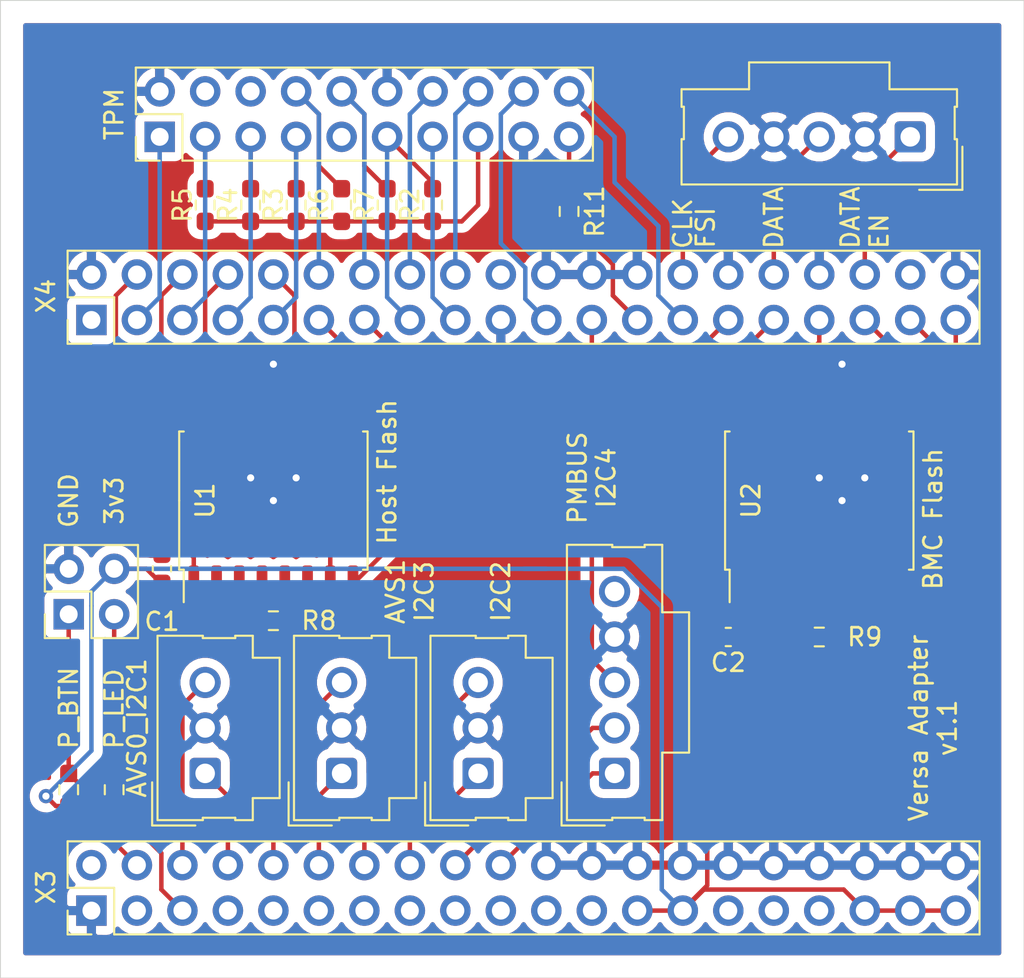
<source format=kicad_pcb>
(kicad_pcb (version 20171130) (host pcbnew 5.1.9)
  (layers (0 F.Cu signal) (31 B.Cu signal) (34 B.Paste user) (35 F.Paste user) (36 B.SilkS user) (37 F.SilkS user) (38 B.Mask user) (39 F.Mask user) (44 Edge.Cuts user))
  (net 0 "")
  (net 1 GND)
  (net 2 +3V3)
  (net 3 /versa_expansion/SDA1)
  (net 4 /versa_expansion/SCL1)
  (net 5 /versa_expansion/SDA3)
  (net 6 /versa_expansion/SCL3)
  (net 7 "Net-(J3-Pad5)")
  (net 8 /versa_expansion/SDA4)
  (net 9 /versa_expansion/SCL4)
  (net 10 /lpc/~LPC_CLKRUN~)
  (net 11 /lpc/~LPC_SERIRQ~)
  (net 12 /lpc/LPC_SDA)
  (net 13 /lpc/LPC_SCL)
  (net 14 /lpc/LPC_AD0)
  (net 15 /lpc/LPC_AD1)
  (net 16 "Net-(J5-Pad9)")
  (net 17 /lpc/LPC_AD2)
  (net 18 /lpc/LPC_AD3)
  (net 19 "Net-(J5-Pad6)")
  (net 20 /lpc/~LPC_RESET~)
  (net 21 "Net-(J5-Pad4)")
  (net 22 /lpc/~LPC_FRAME~)
  (net 23 /lpc/LPC_CLK)
  (net 24 /flash/~HOST_SPI_CS~)
  (net 25 /flash/~BMC_SPI_CS~)
  (net 26 /flash/HOST_SPI_D0)
  (net 27 /flash/HOST_SPI_D2)
  (net 28 /flash/HOST_SPI_D1)
  (net 29 /flash/HOST_SPI_CLK)
  (net 30 /flash/~HOST_SPI_RESET~)
  (net 31 /flash/HOST_SPI_D3)
  (net 32 /flash/BMC_SPI_D0)
  (net 33 /flash/BMC_SPI_D2)
  (net 34 /flash/BMC_SPI_D1)
  (net 35 /flash/BMC_SPI_CLK)
  (net 36 /flash/~BMC_SPI_RESET~)
  (net 37 /flash/BMC_SPI_D3)
  (net 38 /versa_expansion/CLKOUT)
  (net 39 /versa_expansion/CLKIN)
  (net 40 /versa_expansion/OSC)
  (net 41 "Net-(X3-Pad23)")
  (net 42 "Net-(X3-Pad21)")
  (net 43 "Net-(X3-Pad19)")
  (net 44 "Net-(X3-Pad3)")
  (net 45 "Net-(X3-Pad2)")
  (net 46 "Net-(X4-Pad38)")
  (net 47 /versa_expansion/~LPC_PWRDWN~)
  (net 48 /versa_expansion/FSI_DATA_EN)
  (net 49 /versa_expansion/FSI_DATA)
  (net 50 /versa_expansion/FSI_CLK)
  (net 51 "Net-(X4-Pad20)")
  (net 52 /versa_expansion/SCL2)
  (net 53 /versa_expansion/SDA2)
  (net 54 "Net-(X4-Pad1)")
  (net 55 /lpc/TPM_GPIO0)
  (net 56 "Net-(X3-Pad17)")
  (net 57 "Net-(X3-Pad15)")
  (net 58 "Net-(X3-Pad13)")
  (net 59 "Net-(X3-Pad11)")
  (net 60 "Net-(X3-Pad9)")
  (net 61 "Net-(X3-Pad7)")
  (net 62 +3.3VP)
  (net 63 /versa_expansion/ALERT)
  (net 64 /versa_expansion/PWD_LED)
  (net 65 /versa_expansion/~PWR_BTN~)
  (net 66 "Net-(J7-Pad3)")
  (net 67 /lpc/~WINDOW_OPEN~)
  (module parts:Molex_SL_171971-0003_1x03_P2.54mm_Vertical (layer F.Cu) (at 99.06 100.33 90)
    (fp_text reference J1 hide)
    (fp_text value 171971-0003 hide)
    (fp_text user AVS0_I2C1 (at 2.54 -3.81 90) (layer F.SilkS))
    (pad 3 thru_hole circle (at 5.08 0 90) (size 1.74 1.74) (drill 1.09) (layers *.Cu *.Mask) (net 3 /versa_expansion/SDA1))
    (pad 2 thru_hole circle (at 2.54 0 90) (size 1.74 1.74) (drill 1.09) (layers *.Cu *.Mask) (net 1 GND))
    (pad 1 thru_hole roundrect (at 0 0 90) (size 1.74 1.74) (drill 1.09) (layers *.Cu *.Mask) (roundrect_rratio 0.1436775862068966) (net 4 /versa_expansion/SCL1))
  )
  (module parts:Molex_SL_171971-0003_1x03_P2.54mm_Vertical (layer F.Cu) (at 114.3 100.33 90)
    (fp_text reference J6 hide)
    (fp_text value 171971-0003 hide)
    (fp_text user I2C2 (at 10.16 1.27 90) (layer F.SilkS))
    (pad 3 thru_hole circle (at 5.08 0 90) (size 1.74 1.74) (drill 1.09) (layers *.Cu *.Mask) (net 53 /versa_expansion/SDA2))
    (pad 2 thru_hole circle (at 2.54 0 90) (size 1.74 1.74) (drill 1.09) (layers *.Cu *.Mask) (net 1 GND))
    (pad 1 thru_hole roundrect (at 0 0 90) (size 1.74 1.74) (drill 1.09) (layers *.Cu *.Mask) (roundrect_rratio 0.1436775862068966) (net 52 /versa_expansion/SCL2))
  )
  (module parts:Molex_SL_171971-0003_1x03_P2.54mm_Vertical (layer F.Cu) (at 106.68 100.33 90)
    (fp_text reference J2 hide)
    (fp_text value 171971-0003 hide)
    (fp_text user "AVS1\nI2C3" (at 10.16 3.81 90) (layer F.SilkS))
    (pad 3 thru_hole circle (at 5.08 0 90) (size 1.74 1.74) (drill 1.09) (layers *.Cu *.Mask) (net 5 /versa_expansion/SDA3))
    (pad 2 thru_hole circle (at 2.54 0 90) (size 1.74 1.74) (drill 1.09) (layers *.Cu *.Mask) (net 1 GND))
    (pad 1 thru_hole roundrect (at 0 0 90) (size 1.74 1.74) (drill 1.09) (layers *.Cu *.Mask) (roundrect_rratio 0.1436775862068966) (net 6 /versa_expansion/SCL3))
  )
  (module parts:Molex_SL_171971-0005_1x05_P2.54mm_Vertical (layer F.Cu) (at 121.92 100.33 90)
    (fp_text reference J3 hide)
    (fp_text value 171971-0005 hide)
    (fp_text user "PMBUS\nI2C4" (at 16.51 -1.27 90) (layer F.SilkS))
    (pad 5 thru_hole circle (at 10.16 0 90) (size 1.74 1.74) (drill 1.09) (layers *.Cu *.Mask) (net 7 "Net-(J3-Pad5)"))
    (pad 4 thru_hole circle (at 7.62 0 90) (size 1.74 1.74) (drill 1.09) (layers *.Cu *.Mask) (net 1 GND))
    (pad 3 thru_hole circle (at 5.08 0 90) (size 1.74 1.74) (drill 1.09) (layers *.Cu *.Mask) (net 63 /versa_expansion/ALERT))
    (pad 2 thru_hole circle (at 2.54 0 90) (size 1.74 1.74) (drill 1.09) (layers *.Cu *.Mask) (net 8 /versa_expansion/SDA4))
    (pad 1 thru_hole roundrect (at 0 0 90) (size 1.74 1.74) (drill 1.09) (layers *.Cu *.Mask) (roundrect_rratio 0.1436775862068966) (net 9 /versa_expansion/SCL4))
  )
  (module parts:Molex_SL_171971-0005_1x05_P2.54mm_Vertical (layer F.Cu) (at 138.43 64.77 180)
    (fp_text reference J4 hide)
    (fp_text value 171971-0005)
    (fp_text user FSI (at 11.43 -5.08 270) (layer F.SilkS))
    (pad 5 thru_hole circle (at 10.16 0 180) (size 1.74 1.74) (drill 1.09) (layers *.Cu *.Mask) (net 50 /versa_expansion/FSI_CLK))
    (pad 4 thru_hole circle (at 7.62 0 180) (size 1.74 1.74) (drill 1.09) (layers *.Cu *.Mask) (net 1 GND))
    (pad 3 thru_hole circle (at 5.08 0 180) (size 1.74 1.74) (drill 1.09) (layers *.Cu *.Mask) (net 49 /versa_expansion/FSI_DATA))
    (pad 2 thru_hole circle (at 2.54 0 180) (size 1.74 1.74) (drill 1.09) (layers *.Cu *.Mask) (net 1 GND))
    (pad 1 thru_hole roundrect (at 0 0 180) (size 1.74 1.74) (drill 1.09) (layers *.Cu *.Mask) (roundrect_rratio 0.1436775862068966) (net 48 /versa_expansion/FSI_DATA_EN))
  )
  (module Resistor_SMD:R_0603_1608Metric_Pad0.98x0.95mm_HandSolder (layer F.Cu) (at 119.38 68.9375 270)
    (fp_text reference R11 (at 0 -1.43 90) (layer F.SilkS))
    (fp_text value DNP)
    (pad 2 smd roundrect (at 0.9125 0 270) (size 0.975 0.95) (layers F.Cu F.Paste F.Mask) (net 47 /versa_expansion/~LPC_PWRDWN~))
    (pad 1 smd roundrect (at -0.9125 0 270) (size 0.975 0.95) (layers F.Cu F.Paste F.Mask) (net 67 /lpc/~WINDOW_OPEN~))
  )
  (module Resistor_SMD:R_0603_1608Metric_Pad0.98x0.95mm_HandSolder (layer F.Cu) (at 93.98 101.2425 270)
    (fp_text reference R10 hide)
    (fp_text value 470 hide)
    (pad 2 smd roundrect (at 0.9125 0 270) (size 0.975 0.95) (layers F.Cu F.Paste F.Mask) (net 64 /versa_expansion/PWD_LED))
    (pad 1 smd roundrect (at -0.9125 0 270) (size 0.975 0.95) (layers F.Cu F.Paste F.Mask) (net 66 "Net-(J7-Pad3)"))
  )
  (module Resistor_SMD:R_0603_1608Metric_Pad0.98x0.95mm_HandSolder (layer F.Cu) (at 91.44 101.2425 90)
    (fp_text reference R1 hide)
    (fp_text value 15K hide)
    (pad 2 smd roundrect (at 0.9125 0 90) (size 0.975 0.95) (layers F.Cu F.Paste F.Mask) (net 65 /versa_expansion/~PWR_BTN~))
    (pad 1 smd roundrect (at -0.9125 0 90) (size 0.975 0.95) (layers F.Cu F.Paste F.Mask) (net 2 +3V3))
  )
  (module Connector_PinHeader_2.54mm:PinHeader_2x02_P2.54mm_Vertical (layer F.Cu) (at 91.44 91.44 90)
    (fp_text reference J7 hide)
    (fp_text value Conn_02x02_Odd_Even hide)
    (pad 4 thru_hole oval (at 2.54 2.54 90) (size 1.7 1.7) (drill 1) (layers *.Cu *.Mask) (net 2 +3V3))
    (pad 3 thru_hole oval (at 0 2.54 90) (size 1.7 1.7) (drill 1) (layers *.Cu *.Mask) (net 66 "Net-(J7-Pad3)"))
    (pad 2 thru_hole oval (at 2.54 0 90) (size 1.7 1.7) (drill 1) (layers *.Cu *.Mask) (net 1 GND))
    (pad 1 thru_hole rect (at 0 0 90) (size 1.7 1.7) (drill 1) (layers *.Cu *.Mask) (net 65 /versa_expansion/~PWR_BTN~))
  )
  (module Connector_PinHeader_2.54mm:PinHeader_2x10_P2.54mm_Vertical (layer F.Cu) (at 96.52 64.77 90)
    (fp_text reference J5 hide)
    (fp_text value SBH11-PBPC-D10-ST-BK hide)
    (pad 20 thru_hole oval (at 2.54 22.86 90) (size 1.7 1.7) (drill 1) (layers *.Cu *.Mask) (net 55 /lpc/TPM_GPIO0))
    (pad 19 thru_hole oval (at 0 22.86 90) (size 1.7 1.7) (drill 1) (layers *.Cu *.Mask) (net 67 /lpc/~WINDOW_OPEN~))
    (pad 18 thru_hole oval (at 2.54 20.32 90) (size 1.7 1.7) (drill 1) (layers *.Cu *.Mask) (net 10 /lpc/~LPC_CLKRUN~))
    (pad 17 thru_hole oval (at 0 20.32 90) (size 1.7 1.7) (drill 1) (layers *.Cu *.Mask) (net 1 GND))
    (pad 16 thru_hole oval (at 2.54 17.78 90) (size 1.7 1.7) (drill 1) (layers *.Cu *.Mask) (net 11 /lpc/~LPC_SERIRQ~))
    (pad 15 thru_hole oval (at 0 17.78 90) (size 1.7 1.7) (drill 1) (layers *.Cu *.Mask) (net 62 +3.3VP))
    (pad 14 thru_hole oval (at 2.54 15.24 90) (size 1.7 1.7) (drill 1) (layers *.Cu *.Mask) (net 12 /lpc/LPC_SDA))
    (pad 13 thru_hole oval (at 0 15.24 90) (size 1.7 1.7) (drill 1) (layers *.Cu *.Mask) (net 13 /lpc/LPC_SCL))
    (pad 12 thru_hole oval (at 2.54 12.7 90) (size 1.7 1.7) (drill 1) (layers *.Cu *.Mask) (net 1 GND))
    (pad 11 thru_hole oval (at 0 12.7 90) (size 1.7 1.7) (drill 1) (layers *.Cu *.Mask) (net 14 /lpc/LPC_AD0))
    (pad 10 thru_hole oval (at 2.54 10.16 90) (size 1.7 1.7) (drill 1) (layers *.Cu *.Mask) (net 15 /lpc/LPC_AD1))
    (pad 9 thru_hole oval (at 0 10.16 90) (size 1.7 1.7) (drill 1) (layers *.Cu *.Mask) (net 16 "Net-(J5-Pad9)"))
    (pad 8 thru_hole oval (at 2.54 7.62 90) (size 1.7 1.7) (drill 1) (layers *.Cu *.Mask) (net 17 /lpc/LPC_AD2))
    (pad 7 thru_hole oval (at 0 7.62 90) (size 1.7 1.7) (drill 1) (layers *.Cu *.Mask) (net 18 /lpc/LPC_AD3))
    (pad 6 thru_hole oval (at 2.54 5.08 90) (size 1.7 1.7) (drill 1) (layers *.Cu *.Mask) (net 19 "Net-(J5-Pad6)"))
    (pad 5 thru_hole oval (at 0 5.08 90) (size 1.7 1.7) (drill 1) (layers *.Cu *.Mask) (net 20 /lpc/~LPC_RESET~))
    (pad 4 thru_hole oval (at 2.54 2.54 90) (size 1.7 1.7) (drill 1) (layers *.Cu *.Mask) (net 21 "Net-(J5-Pad4)"))
    (pad 3 thru_hole oval (at 0 2.54 90) (size 1.7 1.7) (drill 1) (layers *.Cu *.Mask) (net 22 /lpc/~LPC_FRAME~))
    (pad 2 thru_hole oval (at 2.54 0 90) (size 1.7 1.7) (drill 1) (layers *.Cu *.Mask) (net 1 GND))
    (pad 1 thru_hole rect (at 0 0 90) (size 1.7 1.7) (drill 1) (layers *.Cu *.Mask) (net 23 /lpc/LPC_CLK))
  )
  (module parts:SOIC-16W_7.5x10.3mm_P1.27mm (layer F.Cu) (at 102.87 85.09 90)
    (fp_text reference U1 (at 0 -3.81 90) (layer F.SilkS))
    (fp_text value MT25QXXXXXXX8EXX-XXXX hide)
    (pad 16 smd roundrect (at 4.65 -4.445 90) (size 2.05 0.6) (layers F.Cu F.Paste F.Mask) (net 29 /flash/HOST_SPI_CLK))
    (pad 15 smd roundrect (at 4.65 -3.175 90) (size 2.05 0.6) (layers F.Cu F.Paste F.Mask) (net 26 /flash/HOST_SPI_D0))
    (pad 14 smd roundrect (at 4.65 -1.905 90) (size 2.05 0.6) (layers F.Cu F.Paste F.Mask))
    (pad 13 smd roundrect (at 4.65 -0.635 90) (size 2.05 0.6) (layers F.Cu F.Paste F.Mask))
    (pad 12 smd roundrect (at 4.65 0.635 90) (size 2.05 0.6) (layers F.Cu F.Paste F.Mask))
    (pad 11 smd roundrect (at 4.65 1.905 90) (size 2.05 0.6) (layers F.Cu F.Paste F.Mask))
    (pad 10 smd roundrect (at 4.65 3.175 90) (size 2.05 0.6) (layers F.Cu F.Paste F.Mask) (net 1 GND))
    (pad 9 smd roundrect (at 4.65 4.445 90) (size 2.05 0.6) (layers F.Cu F.Paste F.Mask) (net 27 /flash/HOST_SPI_D2))
    (pad 8 smd roundrect (at -4.65 4.445 90) (size 2.05 0.6) (layers F.Cu F.Paste F.Mask) (net 28 /flash/HOST_SPI_D1))
    (pad 7 smd roundrect (at -4.65 3.175 90) (size 2.05 0.6) (layers F.Cu F.Paste F.Mask) (net 24 /flash/~HOST_SPI_CS~))
    (pad 6 smd roundrect (at -4.65 1.905 90) (size 2.05 0.6) (layers F.Cu F.Paste F.Mask))
    (pad 5 smd roundrect (at -4.65 0.635 90) (size 2.05 0.6) (layers F.Cu F.Paste F.Mask))
    (pad 4 smd roundrect (at -4.65 -0.635 90) (size 2.05 0.6) (layers F.Cu F.Paste F.Mask))
    (pad 3 smd roundrect (at -4.65 -1.905 90) (size 2.05 0.6) (layers F.Cu F.Paste F.Mask) (net 30 /flash/~HOST_SPI_RESET~))
    (pad 2 smd roundrect (at -4.65 -3.175 90) (size 2.05 0.6) (layers F.Cu F.Paste F.Mask) (net 2 +3V3))
    (pad 1 smd roundrect (at -4.65 -4.445 90) (size 2.05 0.6) (layers F.Cu F.Paste F.Mask) (net 31 /flash/HOST_SPI_D3))
  )
  (module Resistor_SMD:R_0603_1608Metric_Pad0.98x0.95mm_HandSolder (layer F.Cu) (at 102.87 91.8)
    (fp_text reference R8 (at 2.54 0) (layer F.SilkS))
    (fp_text value DNP)
    (pad 2 smd roundrect (at 0.9125 0) (size 0.975 0.95) (layers F.Cu F.Paste F.Mask) (net 24 /flash/~HOST_SPI_CS~))
    (pad 1 smd roundrect (at -0.9125 0) (size 0.975 0.95) (layers F.Cu F.Paste F.Mask) (net 2 +3V3))
  )
  (module Connector_PinHeader_2.54mm:PinHeader_2x20_P2.54mm_Vertical (layer F.Cu) (at 92.71 75 90)
    (fp_text reference X4 (at 1.34 -2.54 270) (layer F.SilkS))
    (fp_text value PPPC202LFBN-RC hide)
    (pad 40 thru_hole oval (at 2.54 48.26 90) (size 1.7 1.7) (drill 1) (layers *.Cu *.Mask) (net 1 GND))
    (pad 39 thru_hole oval (at 0 48.26 90) (size 1.7 1.7) (drill 1) (layers *.Cu *.Mask) (net 34 /flash/BMC_SPI_D1))
    (pad 38 thru_hole oval (at 2.54 45.72 90) (size 1.7 1.7) (drill 1) (layers *.Cu *.Mask) (net 46 "Net-(X4-Pad38)"))
    (pad 37 thru_hole oval (at 0 45.72 90) (size 1.7 1.7) (drill 1) (layers *.Cu *.Mask) (net 25 /flash/~BMC_SPI_CS~))
    (pad 36 thru_hole oval (at 2.54 43.18 90) (size 1.7 1.7) (drill 1) (layers *.Cu *.Mask) (net 48 /versa_expansion/FSI_DATA_EN))
    (pad 35 thru_hole oval (at 0 43.18 90) (size 1.7 1.7) (drill 1) (layers *.Cu *.Mask) (net 33 /flash/BMC_SPI_D2))
    (pad 34 thru_hole oval (at 2.54 40.64 90) (size 1.7 1.7) (drill 1) (layers *.Cu *.Mask) (net 1 GND))
    (pad 33 thru_hole oval (at 0 40.64 90) (size 1.7 1.7) (drill 1) (layers *.Cu *.Mask) (net 32 /flash/BMC_SPI_D0))
    (pad 32 thru_hole oval (at 2.54 38.1 90) (size 1.7 1.7) (drill 1) (layers *.Cu *.Mask) (net 49 /versa_expansion/FSI_DATA))
    (pad 31 thru_hole oval (at 0 38.1 90) (size 1.7 1.7) (drill 1) (layers *.Cu *.Mask) (net 35 /flash/BMC_SPI_CLK))
    (pad 30 thru_hole oval (at 2.54 35.56 90) (size 1.7 1.7) (drill 1) (layers *.Cu *.Mask) (net 1 GND))
    (pad 29 thru_hole oval (at 0 35.56 90) (size 1.7 1.7) (drill 1) (layers *.Cu *.Mask) (net 37 /flash/BMC_SPI_D3))
    (pad 28 thru_hole oval (at 2.54 33.02 90) (size 1.7 1.7) (drill 1) (layers *.Cu *.Mask) (net 50 /versa_expansion/FSI_CLK))
    (pad 27 thru_hole oval (at 0 33.02 90) (size 1.7 1.7) (drill 1) (layers *.Cu *.Mask) (net 55 /lpc/TPM_GPIO0))
    (pad 26 thru_hole oval (at 2.54 30.48 90) (size 1.7 1.7) (drill 1) (layers *.Cu *.Mask) (net 1 GND))
    (pad 25 thru_hole oval (at 0 30.48 90) (size 1.7 1.7) (drill 1) (layers *.Cu *.Mask) (net 47 /versa_expansion/~LPC_PWRDWN~))
    (pad 24 thru_hole oval (at 2.54 27.94 90) (size 1.7 1.7) (drill 1) (layers *.Cu *.Mask) (net 1 GND))
    (pad 23 thru_hole oval (at 0 27.94 90) (size 1.7 1.7) (drill 1) (layers *.Cu *.Mask) (net 63 /versa_expansion/ALERT))
    (pad 22 thru_hole oval (at 2.54 25.4 90) (size 1.7 1.7) (drill 1) (layers *.Cu *.Mask) (net 1 GND))
    (pad 21 thru_hole oval (at 0 25.4 90) (size 1.7 1.7) (drill 1) (layers *.Cu *.Mask) (net 10 /lpc/~LPC_CLKRUN~))
    (pad 20 thru_hole oval (at 2.54 22.86 90) (size 1.7 1.7) (drill 1) (layers *.Cu *.Mask) (net 51 "Net-(X4-Pad20)"))
    (pad 19 thru_hole oval (at 0 22.86 90) (size 1.7 1.7) (drill 1) (layers *.Cu *.Mask) (net 1 GND))
    (pad 18 thru_hole oval (at 2.54 20.32 90) (size 1.7 1.7) (drill 1) (layers *.Cu *.Mask) (net 11 /lpc/~LPC_SERIRQ~))
    (pad 17 thru_hole oval (at 0 20.32 90) (size 1.7 1.7) (drill 1) (layers *.Cu *.Mask) (net 13 /lpc/LPC_SCL))
    (pad 16 thru_hole oval (at 2.54 17.78 90) (size 1.7 1.7) (drill 1) (layers *.Cu *.Mask) (net 12 /lpc/LPC_SDA))
    (pad 15 thru_hole oval (at 0 17.78 90) (size 1.7 1.7) (drill 1) (layers *.Cu *.Mask) (net 14 /lpc/LPC_AD0))
    (pad 14 thru_hole oval (at 2.54 15.24 90) (size 1.7 1.7) (drill 1) (layers *.Cu *.Mask) (net 15 /lpc/LPC_AD1))
    (pad 13 thru_hole oval (at 0 15.24 90) (size 1.7 1.7) (drill 1) (layers *.Cu *.Mask) (net 28 /flash/HOST_SPI_D1))
    (pad 12 thru_hole oval (at 2.54 12.7 90) (size 1.7 1.7) (drill 1) (layers *.Cu *.Mask) (net 17 /lpc/LPC_AD2))
    (pad 11 thru_hole oval (at 0 12.7 90) (size 1.7 1.7) (drill 1) (layers *.Cu *.Mask) (net 24 /flash/~HOST_SPI_CS~))
    (pad 10 thru_hole oval (at 2.54 10.16 90) (size 1.7 1.7) (drill 1) (layers *.Cu *.Mask) (net 27 /flash/HOST_SPI_D2))
    (pad 9 thru_hole oval (at 0 10.16 90) (size 1.7 1.7) (drill 1) (layers *.Cu *.Mask) (net 18 /lpc/LPC_AD3))
    (pad 8 thru_hole oval (at 2.54 7.62 90) (size 1.7 1.7) (drill 1) (layers *.Cu *.Mask) (net 26 /flash/HOST_SPI_D0))
    (pad 7 thru_hole oval (at 0 7.62 90) (size 1.7 1.7) (drill 1) (layers *.Cu *.Mask) (net 20 /lpc/~LPC_RESET~))
    (pad 6 thru_hole oval (at 2.54 5.08 90) (size 1.7 1.7) (drill 1) (layers *.Cu *.Mask) (net 29 /flash/HOST_SPI_CLK))
    (pad 5 thru_hole oval (at 0 5.08 90) (size 1.7 1.7) (drill 1) (layers *.Cu *.Mask) (net 22 /lpc/~LPC_FRAME~))
    (pad 4 thru_hole oval (at 2.54 2.54 90) (size 1.7 1.7) (drill 1) (layers *.Cu *.Mask) (net 31 /flash/HOST_SPI_D3))
    (pad 3 thru_hole oval (at 0 2.54 90) (size 1.7 1.7) (drill 1) (layers *.Cu *.Mask) (net 23 /lpc/LPC_CLK))
    (pad 2 thru_hole oval (at 2.54 0 90) (size 1.7 1.7) (drill 1) (layers *.Cu *.Mask) (net 1 GND))
    (pad 1 thru_hole rect (at 0 0 90) (size 1.7 1.7) (drill 1) (layers *.Cu *.Mask) (net 54 "Net-(X4-Pad1)"))
  )
  (module Connector_PinHeader_2.54mm:PinHeader_2x20_P2.54mm_Vertical (layer F.Cu) (at 92.71 107.9946 90)
    (fp_text reference X3 (at 1.3146 -2.54 90) (layer F.SilkS))
    (fp_text value PPPC202LFBN-RC hide)
    (pad 40 thru_hole oval (at 2.54 48.26 90) (size 1.7 1.7) (drill 1) (layers *.Cu *.Mask) (net 1 GND))
    (pad 39 thru_hole oval (at 0 48.26 90) (size 1.7 1.7) (drill 1) (layers *.Cu *.Mask) (net 2 +3V3))
    (pad 38 thru_hole oval (at 2.54 45.72 90) (size 1.7 1.7) (drill 1) (layers *.Cu *.Mask) (net 1 GND))
    (pad 37 thru_hole oval (at 0 45.72 90) (size 1.7 1.7) (drill 1) (layers *.Cu *.Mask) (net 2 +3V3))
    (pad 36 thru_hole oval (at 2.54 43.18 90) (size 1.7 1.7) (drill 1) (layers *.Cu *.Mask) (net 1 GND))
    (pad 35 thru_hole oval (at 0 43.18 90) (size 1.7 1.7) (drill 1) (layers *.Cu *.Mask) (net 2 +3V3))
    (pad 34 thru_hole oval (at 2.54 40.64 90) (size 1.7 1.7) (drill 1) (layers *.Cu *.Mask) (net 1 GND))
    (pad 33 thru_hole oval (at 0 40.64 90) (size 1.7 1.7) (drill 1) (layers *.Cu *.Mask) (net 38 /versa_expansion/CLKOUT))
    (pad 32 thru_hole oval (at 2.54 38.1 90) (size 1.7 1.7) (drill 1) (layers *.Cu *.Mask) (net 1 GND))
    (pad 31 thru_hole oval (at 0 38.1 90) (size 1.7 1.7) (drill 1) (layers *.Cu *.Mask) (net 39 /versa_expansion/CLKIN))
    (pad 30 thru_hole oval (at 2.54 35.56 90) (size 1.7 1.7) (drill 1) (layers *.Cu *.Mask) (net 1 GND))
    (pad 29 thru_hole oval (at 0 35.56 90) (size 1.7 1.7) (drill 1) (layers *.Cu *.Mask) (net 40 /versa_expansion/OSC))
    (pad 28 thru_hole oval (at 2.54 33.02 90) (size 1.7 1.7) (drill 1) (layers *.Cu *.Mask) (net 1 GND))
    (pad 27 thru_hole oval (at 0 33.02 90) (size 1.7 1.7) (drill 1) (layers *.Cu *.Mask) (net 2 +3V3))
    (pad 26 thru_hole oval (at 2.54 30.48 90) (size 1.7 1.7) (drill 1) (layers *.Cu *.Mask) (net 1 GND))
    (pad 25 thru_hole oval (at 0 30.48 90) (size 1.7 1.7) (drill 1) (layers *.Cu *.Mask) (net 2 +3V3))
    (pad 24 thru_hole oval (at 2.54 27.94 90) (size 1.7 1.7) (drill 1) (layers *.Cu *.Mask) (net 1 GND))
    (pad 23 thru_hole oval (at 0 27.94 90) (size 1.7 1.7) (drill 1) (layers *.Cu *.Mask) (net 41 "Net-(X3-Pad23)"))
    (pad 22 thru_hole oval (at 2.54 25.4 90) (size 1.7 1.7) (drill 1) (layers *.Cu *.Mask) (net 1 GND))
    (pad 21 thru_hole oval (at 0 25.4 90) (size 1.7 1.7) (drill 1) (layers *.Cu *.Mask) (net 42 "Net-(X3-Pad21)"))
    (pad 20 thru_hole oval (at 2.54 22.86 90) (size 1.7 1.7) (drill 1) (layers *.Cu *.Mask) (net 9 /versa_expansion/SCL4))
    (pad 19 thru_hole oval (at 0 22.86 90) (size 1.7 1.7) (drill 1) (layers *.Cu *.Mask) (net 43 "Net-(X3-Pad19)"))
    (pad 18 thru_hole oval (at 2.54 20.32 90) (size 1.7 1.7) (drill 1) (layers *.Cu *.Mask) (net 8 /versa_expansion/SDA4))
    (pad 17 thru_hole oval (at 0 20.32 90) (size 1.7 1.7) (drill 1) (layers *.Cu *.Mask) (net 56 "Net-(X3-Pad17)"))
    (pad 16 thru_hole oval (at 2.54 17.78 90) (size 1.7 1.7) (drill 1) (layers *.Cu *.Mask) (net 52 /versa_expansion/SCL2))
    (pad 15 thru_hole oval (at 0 17.78 90) (size 1.7 1.7) (drill 1) (layers *.Cu *.Mask) (net 57 "Net-(X3-Pad15)"))
    (pad 14 thru_hole oval (at 2.54 15.24 90) (size 1.7 1.7) (drill 1) (layers *.Cu *.Mask) (net 53 /versa_expansion/SDA2))
    (pad 13 thru_hole oval (at 0 15.24 90) (size 1.7 1.7) (drill 1) (layers *.Cu *.Mask) (net 58 "Net-(X3-Pad13)"))
    (pad 12 thru_hole oval (at 2.54 12.7 90) (size 1.7 1.7) (drill 1) (layers *.Cu *.Mask) (net 6 /versa_expansion/SCL3))
    (pad 11 thru_hole oval (at 0 12.7 90) (size 1.7 1.7) (drill 1) (layers *.Cu *.Mask) (net 59 "Net-(X3-Pad11)"))
    (pad 10 thru_hole oval (at 2.54 10.16 90) (size 1.7 1.7) (drill 1) (layers *.Cu *.Mask) (net 5 /versa_expansion/SDA3))
    (pad 9 thru_hole oval (at 0 10.16 90) (size 1.7 1.7) (drill 1) (layers *.Cu *.Mask) (net 60 "Net-(X3-Pad9)"))
    (pad 8 thru_hole oval (at 2.54 7.62 90) (size 1.7 1.7) (drill 1) (layers *.Cu *.Mask) (net 4 /versa_expansion/SCL1))
    (pad 7 thru_hole oval (at 0 7.62 90) (size 1.7 1.7) (drill 1) (layers *.Cu *.Mask) (net 61 "Net-(X3-Pad7)"))
    (pad 6 thru_hole oval (at 2.54 5.08 90) (size 1.7 1.7) (drill 1) (layers *.Cu *.Mask) (net 3 /versa_expansion/SDA1))
    (pad 5 thru_hole oval (at 0 5.08 90) (size 1.7 1.7) (drill 1) (layers *.Cu *.Mask) (net 64 /versa_expansion/PWD_LED))
    (pad 4 thru_hole oval (at 2.54 2.54 90) (size 1.7 1.7) (drill 1) (layers *.Cu *.Mask) (net 65 /versa_expansion/~PWR_BTN~))
    (pad 3 thru_hole oval (at 0 2.54 90) (size 1.7 1.7) (drill 1) (layers *.Cu *.Mask) (net 44 "Net-(X3-Pad3)"))
    (pad 2 thru_hole oval (at 2.54 0 90) (size 1.7 1.7) (drill 1) (layers *.Cu *.Mask) (net 45 "Net-(X3-Pad2)"))
    (pad 1 thru_hole rect (at 0 0 90) (size 1.7 1.7) (drill 1) (layers *.Cu *.Mask) (net 1 GND))
  )
  (module parts:SOIC-16W_7.5x10.3mm_P1.27mm (layer F.Cu) (at 133.35 85.09 90)
    (fp_text reference U2 (at 0 -3.81 90) (layer F.SilkS))
    (fp_text value MT25QXXXXXXX8EXX-XXXX hide)
    (pad 16 smd roundrect (at 4.65 -4.445 90) (size 2.05 0.6) (layers F.Cu F.Paste F.Mask) (net 35 /flash/BMC_SPI_CLK))
    (pad 15 smd roundrect (at 4.65 -3.175 90) (size 2.05 0.6) (layers F.Cu F.Paste F.Mask) (net 32 /flash/BMC_SPI_D0))
    (pad 14 smd roundrect (at 4.65 -1.905 90) (size 2.05 0.6) (layers F.Cu F.Paste F.Mask))
    (pad 13 smd roundrect (at 4.65 -0.635 90) (size 2.05 0.6) (layers F.Cu F.Paste F.Mask))
    (pad 12 smd roundrect (at 4.65 0.635 90) (size 2.05 0.6) (layers F.Cu F.Paste F.Mask))
    (pad 11 smd roundrect (at 4.65 1.905 90) (size 2.05 0.6) (layers F.Cu F.Paste F.Mask))
    (pad 10 smd roundrect (at 4.65 3.175 90) (size 2.05 0.6) (layers F.Cu F.Paste F.Mask) (net 1 GND))
    (pad 9 smd roundrect (at 4.65 4.445 90) (size 2.05 0.6) (layers F.Cu F.Paste F.Mask) (net 33 /flash/BMC_SPI_D2))
    (pad 8 smd roundrect (at -4.65 4.445 90) (size 2.05 0.6) (layers F.Cu F.Paste F.Mask) (net 34 /flash/BMC_SPI_D1))
    (pad 7 smd roundrect (at -4.65 3.175 90) (size 2.05 0.6) (layers F.Cu F.Paste F.Mask) (net 25 /flash/~BMC_SPI_CS~))
    (pad 6 smd roundrect (at -4.65 1.905 90) (size 2.05 0.6) (layers F.Cu F.Paste F.Mask))
    (pad 5 smd roundrect (at -4.65 0.635 90) (size 2.05 0.6) (layers F.Cu F.Paste F.Mask))
    (pad 4 smd roundrect (at -4.65 -0.635 90) (size 2.05 0.6) (layers F.Cu F.Paste F.Mask))
    (pad 3 smd roundrect (at -4.65 -1.905 90) (size 2.05 0.6) (layers F.Cu F.Paste F.Mask) (net 36 /flash/~BMC_SPI_RESET~))
    (pad 2 smd roundrect (at -4.65 -3.175 90) (size 2.05 0.6) (layers F.Cu F.Paste F.Mask) (net 2 +3V3))
    (pad 1 smd roundrect (at -4.65 -4.445 90) (size 2.05 0.6) (layers F.Cu F.Paste F.Mask) (net 37 /flash/BMC_SPI_D3))
  )
  (module Resistor_SMD:R_0603_1608Metric_Pad0.98x0.95mm_HandSolder (layer F.Cu) (at 133.35 92.71)
    (fp_text reference R9 (at 2.54 0) (layer F.SilkS))
    (fp_text value DNP)
    (pad 2 smd roundrect (at 0.9125 0) (size 0.975 0.95) (layers F.Cu F.Paste F.Mask) (net 25 /flash/~BMC_SPI_CS~))
    (pad 1 smd roundrect (at -0.9125 0) (size 0.975 0.95) (layers F.Cu F.Paste F.Mask) (net 2 +3V3))
  )
  (module Resistor_SMD:R_0603_1608Metric_Pad0.98x0.95mm_HandSolder (layer F.Cu) (at 109.22 68.58 90)
    (fp_text reference R7 (at 0 -1.27 90) (layer F.SilkS))
    (fp_text value 15K)
    (pad 2 smd roundrect (at 0.9125 0 90) (size 0.975 0.95) (layers F.Cu F.Paste F.Mask) (net 15 /lpc/LPC_AD1))
    (pad 1 smd roundrect (at -0.9125 0 90) (size 0.975 0.95) (layers F.Cu F.Paste F.Mask) (net 62 +3.3VP))
  )
  (module Resistor_SMD:R_0603_1608Metric_Pad0.98x0.95mm_HandSolder (layer F.Cu) (at 106.68 68.58 90)
    (fp_text reference R6 (at 0 -1.27 90) (layer F.SilkS))
    (fp_text value 15K hide)
    (pad 2 smd roundrect (at 0.9125 0 90) (size 0.975 0.95) (layers F.Cu F.Paste F.Mask) (net 17 /lpc/LPC_AD2))
    (pad 1 smd roundrect (at -0.9125 0 90) (size 0.975 0.95) (layers F.Cu F.Paste F.Mask) (net 62 +3.3VP))
  )
  (module Resistor_SMD:R_0603_1608Metric_Pad0.98x0.95mm_HandSolder (layer F.Cu) (at 99.06 68.58 90)
    (fp_text reference R5 (at 0 -1.27 90) (layer F.SilkS))
    (fp_text value 15K)
    (pad 2 smd roundrect (at 0.9125 0 90) (size 0.975 0.95) (layers F.Cu F.Paste F.Mask) (net 22 /lpc/~LPC_FRAME~))
    (pad 1 smd roundrect (at -0.9125 0 90) (size 0.975 0.95) (layers F.Cu F.Paste F.Mask) (net 62 +3.3VP))
  )
  (module Resistor_SMD:R_0603_1608Metric_Pad0.98x0.95mm_HandSolder (layer F.Cu) (at 101.6 68.58 90)
    (fp_text reference R4 (at 0 -1.27 90) (layer F.SilkS))
    (fp_text value 15K)
    (pad 2 smd roundrect (at 0.9125 0 90) (size 0.975 0.95) (layers F.Cu F.Paste F.Mask) (net 20 /lpc/~LPC_RESET~))
    (pad 1 smd roundrect (at -0.9125 0 90) (size 0.975 0.95) (layers F.Cu F.Paste F.Mask) (net 62 +3.3VP))
  )
  (module Resistor_SMD:R_0603_1608Metric_Pad0.98x0.95mm_HandSolder (layer F.Cu) (at 104.14 68.58 90)
    (fp_text reference R3 (at 0 -1.27 90) (layer F.SilkS))
    (fp_text value 15K)
    (pad 2 smd roundrect (at 0.9125 0 90) (size 0.975 0.95) (layers F.Cu F.Paste F.Mask) (net 18 /lpc/LPC_AD3))
    (pad 1 smd roundrect (at -0.9125 0 90) (size 0.975 0.95) (layers F.Cu F.Paste F.Mask) (net 62 +3.3VP))
  )
  (module Resistor_SMD:R_0603_1608Metric_Pad0.98x0.95mm_HandSolder (layer F.Cu) (at 111.76 68.58 90)
    (fp_text reference R2 (at 0 -1.27 90) (layer F.SilkS))
    (fp_text value 15K)
    (pad 2 smd roundrect (at 0.9125 0 90) (size 0.975 0.95) (layers F.Cu F.Paste F.Mask) (net 14 /lpc/LPC_AD0))
    (pad 1 smd roundrect (at -0.9125 0 90) (size 0.975 0.95) (layers F.Cu F.Paste F.Mask) (net 62 +3.3VP))
  )
  (module Capacitor_SMD:C_0603_1608Metric_Pad1.08x0.95mm_HandSolder (layer F.Cu) (at 128.27 92.71 180)
    (fp_text reference C2 (at 0 -1.43) (layer F.SilkS))
    (fp_text value 100nF)
    (pad 1 smd roundrect (at -0.8625 0 180) (size 1.075 0.95) (layers F.Cu F.Paste F.Mask) (net 2 +3V3))
    (pad 2 smd roundrect (at 0.8625 0 180) (size 1.075 0.95) (layers F.Cu F.Paste F.Mask) (net 1 GND))
  )
  (module Capacitor_SMD:C_0603_1608Metric_Pad1.08x0.95mm_HandSolder (layer F.Cu) (at 96.647 88.9 90)
    (fp_text reference C1 (at -2.9475 0) (layer F.SilkS))
    (fp_text value 100nF hide)
    (pad 2 smd roundrect (at 0.8625 0 90) (size 1.075 0.95) (layers F.Cu F.Paste F.Mask) (net 1 GND))
    (pad 1 smd roundrect (at -0.8625 0 90) (size 1.075 0.95) (layers F.Cu F.Paste F.Mask) (net 2 +3V3))
  )
  (gr_text "Versa Adapter\nv1.1" (at 139.7 97.79 90) (layer F.SilkS) (effects (font (size 1 1))))
  (gr_text "DATA\nEN" (at 135.89 71.12 90) (layer F.SilkS) (effects (font (size 1 1)) (justify left)))
  (gr_text DATA (at 130.81 71.12 90) (layer F.SilkS) (effects (font (size 1 1)) (justify left)))
  (gr_text CLK (at 125.73 71.12 90) (layer F.SilkS) (effects (font (size 1 1)) (justify left)))
  (gr_text "Host Flash" (at 109.22 87.63 90) (layer F.SilkS) (effects (font (size 1 1)) (justify left)))
  (gr_text "BMC Flash" (at 139.7 90.17 90) (layer F.SilkS) (effects (font (size 1 1)) (justify left)))
  (gr_line (start 87.63 57.15) (end 87.63 111.76) (layer Edge.Cuts) (width 0.05))
  (gr_line (start 144.78 57.15) (end 87.63 57.15) (layer Edge.Cuts) (width 0.05))
  (gr_line (start 144.78 111.76) (end 144.78 57.15) (layer Edge.Cuts) (width 0.05))
  (gr_line (start 87.63 111.76) (end 144.78 111.76) (layer Edge.Cuts) (width 0.05))
  (gr_text 3v3 (at 93.98 85.09 90) (layer F.SilkS) (effects (font (size 1 1))))
  (gr_text GND (at 91.44 85.09 90) (layer F.SilkS) (effects (font (size 1 1))))
  (gr_text P_LED (at 93.98 99.06 90) (layer F.SilkS) (effects (font (size 1 1)) (justify left)))
  (gr_text P_BTN (at 91.44 99.06 90) (layer F.SilkS) (effects (font (size 1 1)) (justify left)))
  (gr_text TPM (at 93.98 63.5 90) (layer F.SilkS) (effects (font (size 1 1))))
  (via (at 104.14 83.82) (size 0.8) (drill 0.4) (layers F.Cu B.Cu) (net 1))
  (via (at 134.62 77.47) (size 0.8) (drill 0.4) (layers F.Cu B.Cu) (net 1))
  (via (at 134.62 85.09) (size 0.8) (drill 0.4) (layers F.Cu B.Cu) (net 1))
  (via (at 102.87 77.47) (size 0.8) (drill 0.4) (layers F.Cu B.Cu) (net 1))
  (via (at 135.89 83.82) (size 0.8) (drill 0.4) (layers F.Cu B.Cu) (net 1))
  (via (at 133.35 83.82) (size 0.8) (drill 0.4) (layers F.Cu B.Cu) (net 1))
  (via (at 101.6 83.82) (size 0.8) (drill 0.4) (layers F.Cu B.Cu) (net 1))
  (via (at 102.87 85.09) (size 0.8) (drill 0.4) (layers F.Cu B.Cu) (net 1))
  (segment (start 130.175 91.6675) (end 130.175 89.74) (width 0.25) (layer F.Cu) (net 2))
  (segment (start 129.1325 92.71) (end 130.175 91.6675) (width 0.25) (layer F.Cu) (net 2))
  (segment (start 123.19 107.9946) (end 125.73 107.9946) (width 0.25) (layer F.Cu) (net 2))
  (segment (start 135.89 107.9946) (end 140.97 107.9946) (width 0.25) (layer F.Cu) (net 2))
  (segment (start 126.905001 106.819599) (end 125.73 107.9946) (width 0.25) (layer F.Cu) (net 2))
  (segment (start 134.714999 106.819599) (end 126.905001 106.819599) (width 0.25) (layer F.Cu) (net 2))
  (segment (start 135.89 107.9946) (end 134.714999 106.819599) (width 0.25) (layer F.Cu) (net 2))
  (segment (start 127.094999 94.747501) (end 127.094999 106.585001) (width 0.25) (layer F.Cu) (net 2))
  (segment (start 129.1325 92.71) (end 127.094999 94.747501) (width 0.25) (layer F.Cu) (net 2))
  (segment (start 125.73 107.95) (end 125.73 107.9946) (width 0.25) (layer F.Cu) (net 2))
  (segment (start 127.094999 106.585001) (end 125.73 107.95) (width 0.25) (layer F.Cu) (net 2))
  (segment (start 124.554999 106.819599) (end 125.73 107.9946) (width 0.25) (layer B.Cu) (net 2))
  (segment (start 93.98 88.9) (end 118.11 88.9) (width 0.25) (layer B.Cu) (net 2))
  (via (at 90.17 101.6) (size 0.8) (drill 0.4) (layers F.Cu B.Cu) (net 2))
  (segment (start 90.725 102.155) (end 90.17 101.6) (width 0.25) (layer F.Cu) (net 2))
  (segment (start 91.44 102.155) (end 90.725 102.155) (width 0.25) (layer F.Cu) (net 2))
  (segment (start 90.17 101.6) (end 92.71 99.06) (width 0.25) (layer B.Cu) (net 2))
  (segment (start 92.71 90.970998) (end 92.71 90.17) (width 0.25) (layer B.Cu) (net 2))
  (segment (start 92.71 99.06) (end 92.71 90.970998) (width 0.25) (layer B.Cu) (net 2))
  (segment (start 92.71 90.17) (end 93.98 88.9) (width 0.25) (layer B.Cu) (net 2))
  (segment (start 99.02 91.44) (end 99.695 90.765) (width 0.25) (layer F.Cu) (net 2))
  (segment (start 97.79 91.44) (end 99.02 91.44) (width 0.25) (layer F.Cu) (net 2))
  (segment (start 96.647 90.297) (end 97.79 91.44) (width 0.25) (layer F.Cu) (net 2))
  (segment (start 96.647 89.7625) (end 96.647 90.297) (width 0.25) (layer F.Cu) (net 2))
  (segment (start 95.7845 88.9) (end 96.647 89.7625) (width 0.25) (layer F.Cu) (net 2))
  (segment (start 93.98 88.9) (end 95.7845 88.9) (width 0.25) (layer F.Cu) (net 2))
  (segment (start 124.554999 91.036397) (end 122.418602 88.9) (width 0.25) (layer B.Cu) (net 2))
  (segment (start 124.554999 96.425001) (end 124.554999 91.036397) (width 0.25) (layer B.Cu) (net 2))
  (segment (start 124.554999 95.344999) (end 124.554999 96.425001) (width 0.25) (layer B.Cu) (net 2))
  (segment (start 124.554999 96.425001) (end 124.554999 106.819599) (width 0.25) (layer B.Cu) (net 2))
  (segment (start 122.418602 88.9) (end 116.84 88.9) (width 0.25) (layer B.Cu) (net 2))
  (segment (start 131.2175 92.71) (end 130.175 91.6675) (width 0.25) (layer F.Cu) (net 2))
  (segment (start 132.4375 92.71) (end 131.2175 92.71) (width 0.25) (layer F.Cu) (net 2))
  (segment (start 100.73 91.8) (end 101.9575 91.8) (width 0.25) (layer F.Cu) (net 2))
  (segment (start 99.695 90.765) (end 100.73 91.8) (width 0.25) (layer F.Cu) (net 2))
  (segment (start 99.695 89.74) (end 99.695 90.765) (width 0.25) (layer F.Cu) (net 2))
  (segment (start 97.79 96.52) (end 97.79 105.4546) (width 0.25) (layer F.Cu) (net 3))
  (segment (start 99.06 95.25) (end 97.79 96.52) (width 0.25) (layer F.Cu) (net 3))
  (segment (start 100.33 101.6) (end 99.06 100.33) (width 0.25) (layer F.Cu) (net 4))
  (segment (start 100.33 105.4546) (end 100.33 101.6) (width 0.25) (layer F.Cu) (net 4))
  (segment (start 102.87 99.06) (end 102.87 105.4546) (width 0.25) (layer F.Cu) (net 5))
  (segment (start 106.68 95.25) (end 102.87 99.06) (width 0.25) (layer F.Cu) (net 5))
  (segment (start 105.41 101.6) (end 106.68 100.33) (width 0.25) (layer F.Cu) (net 6))
  (segment (start 105.41 105.4546) (end 105.41 101.6) (width 0.25) (layer F.Cu) (net 6))
  (segment (start 120.6946 97.79) (end 121.92 97.79) (width 0.25) (layer F.Cu) (net 8))
  (segment (start 113.03 105.4546) (end 120.6946 97.79) (width 0.25) (layer F.Cu) (net 8))
  (segment (start 120.6946 100.33) (end 121.92 100.33) (width 0.25) (layer F.Cu) (net 9))
  (segment (start 115.57 105.4546) (end 120.6946 100.33) (width 0.25) (layer F.Cu) (net 9))
  (segment (start 116.84 62.23) (end 115.57 63.5) (width 0.25) (layer B.Cu) (net 10))
  (segment (start 116.934999 72.085997) (end 116.934999 73.824999) (width 0.25) (layer B.Cu) (net 10))
  (segment (start 116.934999 73.824999) (end 118.11 75) (width 0.25) (layer B.Cu) (net 10))
  (segment (start 115.57 70.720998) (end 116.934999 72.085997) (width 0.25) (layer B.Cu) (net 10))
  (segment (start 115.57 63.5) (end 115.57 70.720998) (width 0.25) (layer B.Cu) (net 10))
  (segment (start 113.03 63.5) (end 114.3 62.23) (width 0.25) (layer B.Cu) (net 11))
  (segment (start 113.03 72.46) (end 113.03 63.5) (width 0.25) (layer B.Cu) (net 11))
  (segment (start 110.49 63.5) (end 110.49 72.46) (width 0.25) (layer B.Cu) (net 12))
  (segment (start 111.76 62.23) (end 110.49 63.5) (width 0.25) (layer B.Cu) (net 12))
  (segment (start 111.76 73.73) (end 111.76 64.77) (width 0.25) (layer B.Cu) (net 13))
  (segment (start 113.03 75) (end 111.76 73.73) (width 0.25) (layer B.Cu) (net 13))
  (segment (start 109.22 73.73) (end 110.49 75) (width 0.25) (layer B.Cu) (net 14))
  (segment (start 109.22 64.77) (end 109.22 73.73) (width 0.25) (layer B.Cu) (net 14))
  (segment (start 111.76 67.31) (end 111.76 67.6675) (width 0.25) (layer F.Cu) (net 14))
  (segment (start 109.22 64.77) (end 111.76 67.31) (width 0.25) (layer F.Cu) (net 14))
  (segment (start 107.855001 72.365001) (end 107.95 72.46) (width 0.25) (layer B.Cu) (net 15))
  (segment (start 106.68 62.23) (end 107.855001 63.405001) (width 0.25) (layer B.Cu) (net 15))
  (segment (start 109.22 67.6675) (end 107.95 66.3975) (width 0.25) (layer F.Cu) (net 15))
  (segment (start 107.95 63.5) (end 107.95 66.3975) (width 0.25) (layer F.Cu) (net 15))
  (segment (start 106.68 62.23) (end 107.95 63.5) (width 0.25) (layer F.Cu) (net 15))
  (segment (start 107.95 63.5) (end 106.68 62.23) (width 0.25) (layer B.Cu) (net 15))
  (segment (start 107.95 72.46) (end 107.95 63.5) (width 0.25) (layer B.Cu) (net 15))
  (segment (start 105.41 63.5) (end 105.41 72.46) (width 0.25) (layer B.Cu) (net 17))
  (segment (start 104.14 62.23) (end 105.41 63.5) (width 0.25) (layer B.Cu) (net 17))
  (segment (start 106.68 67.6675) (end 105.41 66.3975) (width 0.25) (layer F.Cu) (net 17))
  (segment (start 105.41 63.5) (end 105.41 66.3975) (width 0.25) (layer F.Cu) (net 17))
  (segment (start 104.14 62.23) (end 105.41 63.5) (width 0.25) (layer F.Cu) (net 17))
  (segment (start 104.14 73.73) (end 104.14 64.77) (width 0.25) (layer B.Cu) (net 18))
  (segment (start 102.87 75) (end 104.14 73.73) (width 0.25) (layer B.Cu) (net 18))
  (segment (start 104.14 67.6675) (end 104.14 64.77) (width 0.25) (layer F.Cu) (net 18))
  (segment (start 101.6 73.73) (end 101.6 64.77) (width 0.25) (layer B.Cu) (net 20))
  (segment (start 100.33 75) (end 101.6 73.73) (width 0.25) (layer B.Cu) (net 20))
  (segment (start 101.6 67.6675) (end 101.6 64.77) (width 0.25) (layer F.Cu) (net 20))
  (segment (start 99.06 73.73) (end 99.06 64.77) (width 0.25) (layer B.Cu) (net 22))
  (segment (start 97.79 75) (end 99.06 73.73) (width 0.25) (layer B.Cu) (net 22))
  (segment (start 99.06 67.6675) (end 99.06 64.77) (width 0.25) (layer F.Cu) (net 22))
  (segment (start 96.52 73.73) (end 96.52 64.77) (width 0.25) (layer B.Cu) (net 23))
  (segment (start 95.25 75) (end 96.52 73.73) (width 0.25) (layer B.Cu) (net 23))
  (segment (start 98.3525 80.3675) (end 98.425 80.44) (width 0.25) (layer F.Cu) (net 29))
  (segment (start 96.614999 73.635001) (end 97.79 72.46) (width 0.25) (layer F.Cu) (net 29))
  (segment (start 96.614999 77.564999) (end 96.614999 73.635001) (width 0.25) (layer F.Cu) (net 29))
  (segment (start 98.425 79.375) (end 96.614999 77.564999) (width 0.25) (layer F.Cu) (net 29))
  (segment (start 98.425 80.44) (end 98.425 79.375) (width 0.25) (layer F.Cu) (net 29))
  (segment (start 128.905 76.905) (end 130.81 75) (width 0.25) (layer F.Cu) (net 35))
  (segment (start 128.905 80.44) (end 128.905 76.905) (width 0.25) (layer F.Cu) (net 35))
  (segment (start 99.695 80.44) (end 99.695 78.105) (width 0.25) (layer F.Cu) (net 26))
  (segment (start 99.695 78.105) (end 99.06 77.47) (width 0.25) (layer F.Cu) (net 26))
  (segment (start 99.06 73.73) (end 100.33 72.46) (width 0.25) (layer F.Cu) (net 26))
  (segment (start 99.06 77.47) (end 99.06 73.73) (width 0.25) (layer F.Cu) (net 26))
  (segment (start 107.315 78.105) (end 107.315 80.44) (width 0.25) (layer F.Cu) (net 27))
  (segment (start 106.68 77.47) (end 107.315 78.105) (width 0.25) (layer F.Cu) (net 27))
  (segment (start 105.37 77.47) (end 106.68 77.47) (width 0.25) (layer F.Cu) (net 27))
  (segment (start 104.045001 76.145001) (end 105.37 77.47) (width 0.25) (layer F.Cu) (net 27))
  (segment (start 104.045001 73.635001) (end 104.045001 76.145001) (width 0.25) (layer F.Cu) (net 27))
  (segment (start 102.87 72.46) (end 104.045001 73.635001) (width 0.25) (layer F.Cu) (net 27))
  (segment (start 109.22 76.27) (end 107.95 75) (width 0.25) (layer F.Cu) (net 28))
  (segment (start 109.22 87.835) (end 109.22 76.27) (width 0.25) (layer F.Cu) (net 28))
  (segment (start 107.315 89.74) (end 109.22 87.835) (width 0.25) (layer F.Cu) (net 28))
  (segment (start 108.563659 78.153659) (end 105.41 75) (width 0.25) (layer F.Cu) (net 24))
  (segment (start 108.563659 83.317225) (end 108.563659 78.153659) (width 0.25) (layer F.Cu) (net 24))
  (segment (start 106.045 85.835884) (end 108.563659 83.317225) (width 0.25) (layer F.Cu) (net 24))
  (segment (start 106.045 89.74) (end 106.045 85.835884) (width 0.25) (layer F.Cu) (net 24))
  (segment (start 105.01 91.8) (end 103.7825 91.8) (width 0.25) (layer F.Cu) (net 24))
  (segment (start 106.045 90.765) (end 105.01 91.8) (width 0.25) (layer F.Cu) (net 24))
  (segment (start 106.045 89.74) (end 106.045 90.765) (width 0.25) (layer F.Cu) (net 24))
  (segment (start 130.175 79.415) (end 133.35 76.24) (width 0.25) (layer F.Cu) (net 32))
  (segment (start 133.35 76.24) (end 133.35 75) (width 0.25) (layer F.Cu) (net 32))
  (segment (start 130.175 80.44) (end 130.175 79.415) (width 0.25) (layer F.Cu) (net 32))
  (segment (start 137.795 76.905) (end 135.89 75) (width 0.25) (layer F.Cu) (net 33))
  (segment (start 137.795 80.44) (end 137.795 76.905) (width 0.25) (layer F.Cu) (net 33))
  (segment (start 137.795 89.74) (end 140.13 89.74) (width 0.25) (layer F.Cu) (net 34))
  (segment (start 140.97 88.9) (end 140.97 75) (width 0.25) (layer F.Cu) (net 34))
  (segment (start 140.13 89.74) (end 140.97 88.9) (width 0.25) (layer F.Cu) (net 34))
  (segment (start 136.525 89.74) (end 136.525 92.075) (width 0.25) (layer F.Cu) (net 25))
  (segment (start 135.89 92.71) (end 134.2625 92.71) (width 0.25) (layer F.Cu) (net 25))
  (segment (start 136.525 92.075) (end 135.89 92.71) (width 0.25) (layer F.Cu) (net 25))
  (segment (start 139.7 76.27) (end 138.43 75) (width 0.25) (layer F.Cu) (net 25))
  (segment (start 139.7 83.82) (end 139.7 76.27) (width 0.25) (layer F.Cu) (net 25))
  (segment (start 136.525 86.995) (end 139.7 83.82) (width 0.25) (layer F.Cu) (net 25))
  (segment (start 136.525 89.74) (end 136.525 86.995) (width 0.25) (layer F.Cu) (net 25))
  (segment (start 94.074999 73.635001) (end 95.25 72.46) (width 0.25) (layer F.Cu) (net 31))
  (segment (start 94.074999 77.375001) (end 94.074999 73.635001) (width 0.25) (layer F.Cu) (net 31))
  (segment (start 96.52 79.820002) (end 94.074999 77.375001) (width 0.25) (layer F.Cu) (net 31))
  (segment (start 96.52 86.36) (end 96.52 79.820002) (width 0.25) (layer F.Cu) (net 31))
  (segment (start 98.425 88.265) (end 96.52 86.36) (width 0.25) (layer F.Cu) (net 31))
  (segment (start 98.425 89.74) (end 98.425 88.265) (width 0.25) (layer F.Cu) (net 31))
  (segment (start 127 85.09) (end 127 76.27) (width 0.25) (layer F.Cu) (net 37))
  (segment (start 128.905 86.995) (end 127 85.09) (width 0.25) (layer F.Cu) (net 37))
  (segment (start 127 76.27) (end 128.27 75) (width 0.25) (layer F.Cu) (net 37))
  (segment (start 128.905 89.74) (end 128.905 86.995) (width 0.25) (layer F.Cu) (net 37))
  (segment (start 119.779002 69.85) (end 119.38 69.85) (width 0.25) (layer F.Cu) (net 47))
  (segment (start 121.825001 71.895999) (end 119.779002 69.85) (width 0.25) (layer F.Cu) (net 47))
  (segment (start 121.825001 73.635001) (end 121.825001 71.895999) (width 0.25) (layer F.Cu) (net 47))
  (segment (start 123.19 75) (end 121.825001 73.635001) (width 0.25) (layer F.Cu) (net 47))
  (segment (start 135.89 67.31) (end 138.43 64.77) (width 0.25) (layer F.Cu) (net 48))
  (segment (start 135.89 72.46) (end 135.89 67.31) (width 0.25) (layer F.Cu) (net 48))
  (segment (start 130.81 67.31) (end 133.35 64.77) (width 0.25) (layer F.Cu) (net 49))
  (segment (start 130.81 72.46) (end 130.81 67.31) (width 0.25) (layer F.Cu) (net 49))
  (segment (start 125.73 67.31) (end 128.27 64.77) (width 0.25) (layer F.Cu) (net 50))
  (segment (start 125.73 72.46) (end 125.73 67.31) (width 0.25) (layer F.Cu) (net 50))
  (segment (start 110.49 104.14) (end 114.3 100.33) (width 0.25) (layer F.Cu) (net 52))
  (segment (start 110.49 105.4546) (end 110.49 104.14) (width 0.25) (layer F.Cu) (net 52))
  (segment (start 107.95 101.6) (end 107.95 105.4546) (width 0.25) (layer F.Cu) (net 53))
  (segment (start 114.3 95.25) (end 107.95 101.6) (width 0.25) (layer F.Cu) (net 53))
  (segment (start 124.365001 73.635001) (end 124.365001 69.755001) (width 0.25) (layer B.Cu) (net 55))
  (segment (start 125.73 75) (end 124.365001 73.635001) (width 0.25) (layer B.Cu) (net 55))
  (segment (start 124.365001 69.755001) (end 121.92 67.31) (width 0.25) (layer B.Cu) (net 55))
  (segment (start 121.92 64.77) (end 119.38 62.23) (width 0.25) (layer B.Cu) (net 55))
  (segment (start 121.92 67.31) (end 121.92 64.77) (width 0.25) (layer B.Cu) (net 55))
  (segment (start 99.06 69.4925) (end 101.6 69.4925) (width 0.25) (layer F.Cu) (net 62))
  (segment (start 101.6 69.4925) (end 104.14 69.4925) (width 0.25) (layer F.Cu) (net 62))
  (segment (start 104.14 69.4925) (end 109.22 69.4925) (width 0.25) (layer F.Cu) (net 62))
  (segment (start 109.22 69.4925) (end 109.5775 69.4925) (width 0.25) (layer F.Cu) (net 62))
  (segment (start 109.22 69.4925) (end 111.76 69.4925) (width 0.25) (layer F.Cu) (net 62))
  (segment (start 111.76 69.4925) (end 113.3875 69.4925) (width 0.25) (layer F.Cu) (net 62))
  (segment (start 114.3 68.58) (end 114.3 64.77) (width 0.25) (layer F.Cu) (net 62))
  (segment (start 113.3875 69.4925) (end 114.3 68.58) (width 0.25) (layer F.Cu) (net 62))
  (segment (start 120.65 93.98) (end 121.92 95.25) (width 0.25) (layer F.Cu) (net 63))
  (segment (start 120.65 75) (end 120.65 93.98) (width 0.25) (layer F.Cu) (net 63))
  (segment (start 96.614999 106.819599) (end 97.79 107.9946) (width 0.25) (layer F.Cu) (net 64))
  (segment (start 96.614999 104.789999) (end 96.614999 106.819599) (width 0.25) (layer F.Cu) (net 64))
  (segment (start 93.98 102.155) (end 96.614999 104.789999) (width 0.25) (layer F.Cu) (net 64))
  (segment (start 95.25 105.4546) (end 92.71 102.9146) (width 0.25) (layer F.Cu) (net 65))
  (segment (start 92.71 101.6) (end 91.44 100.33) (width 0.25) (layer F.Cu) (net 65))
  (segment (start 92.71 102.9146) (end 92.71 101.6) (width 0.25) (layer F.Cu) (net 65))
  (segment (start 91.44 100.33) (end 91.44 91.44) (width 0.25) (layer F.Cu) (net 65))
  (segment (start 93.98 100.33) (end 93.98 91.44) (width 0.25) (layer F.Cu) (net 66))
  (segment (start 119.38 68.025) (end 119.38 64.77) (width 0.25) (layer F.Cu) (net 67))
  (zone (net 1) (net_name GND) (layer F.Cu) (connect_pads (clearance 0.508)) (min_thickness 0.254) (fill yes (arc_segments 32) (thermal_gap 0.508) (thermal_bridge_width 0.508))
    (polygon (pts (xy 143.51 69.85) (xy 143.51 110.49) (xy 88.9 110.49) (xy 88.9 58.42) (xy 143.51 58.42)))
  )
  (zone (net 1) (net_name GND) (layer B.Cu) (connect_pads (clearance 0.508)) (min_thickness 0.254) (fill yes (arc_segments 32) (thermal_gap 0.508) (thermal_bridge_width 0.508))
    (polygon (pts (xy 143.51 110.49) (xy 88.9 110.49) (xy 88.9 58.42) (xy 143.51 58.42)))
  )
)
</source>
